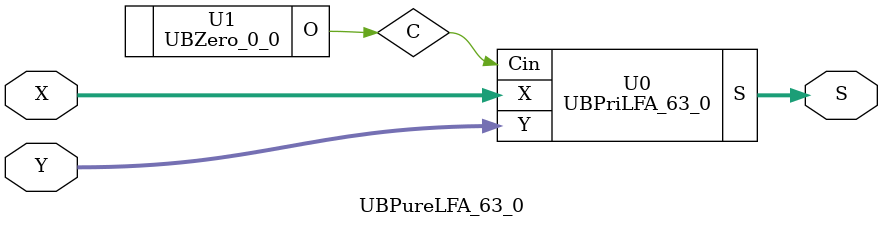
<source format=v>
/*----------------------------------------------------------------------------
  Copyright (c) 2021 Homma laboratory. All rights reserved.

  Top module: UBLFA_15_0_63_0

  Operand-1 length: 16
  Operand-2 length: 64
  Two-operand addition algorithm: Ladner-Fischer adder
----------------------------------------------------------------------------*/

module UB1DCON_0(O, I);
  output O;
  input I;
  assign O = I;
endmodule

module UB1DCON_1(O, I);
  output O;
  input I;
  assign O = I;
endmodule

module UB1DCON_2(O, I);
  output O;
  input I;
  assign O = I;
endmodule

module UB1DCON_3(O, I);
  output O;
  input I;
  assign O = I;
endmodule

module UB1DCON_4(O, I);
  output O;
  input I;
  assign O = I;
endmodule

module UB1DCON_5(O, I);
  output O;
  input I;
  assign O = I;
endmodule

module UB1DCON_6(O, I);
  output O;
  input I;
  assign O = I;
endmodule

module UB1DCON_7(O, I);
  output O;
  input I;
  assign O = I;
endmodule

module UB1DCON_8(O, I);
  output O;
  input I;
  assign O = I;
endmodule

module UB1DCON_9(O, I);
  output O;
  input I;
  assign O = I;
endmodule

module UB1DCON_10(O, I);
  output O;
  input I;
  assign O = I;
endmodule

module UB1DCON_11(O, I);
  output O;
  input I;
  assign O = I;
endmodule

module UB1DCON_12(O, I);
  output O;
  input I;
  assign O = I;
endmodule

module UB1DCON_13(O, I);
  output O;
  input I;
  assign O = I;
endmodule

module UB1DCON_14(O, I);
  output O;
  input I;
  assign O = I;
endmodule

module UB1DCON_15(O, I);
  output O;
  input I;
  assign O = I;
endmodule

module UBZero_63_16(O);
  output [63:16] O;
  assign O[16] = 0;
  assign O[17] = 0;
  assign O[18] = 0;
  assign O[19] = 0;
  assign O[20] = 0;
  assign O[21] = 0;
  assign O[22] = 0;
  assign O[23] = 0;
  assign O[24] = 0;
  assign O[25] = 0;
  assign O[26] = 0;
  assign O[27] = 0;
  assign O[28] = 0;
  assign O[29] = 0;
  assign O[30] = 0;
  assign O[31] = 0;
  assign O[32] = 0;
  assign O[33] = 0;
  assign O[34] = 0;
  assign O[35] = 0;
  assign O[36] = 0;
  assign O[37] = 0;
  assign O[38] = 0;
  assign O[39] = 0;
  assign O[40] = 0;
  assign O[41] = 0;
  assign O[42] = 0;
  assign O[43] = 0;
  assign O[44] = 0;
  assign O[45] = 0;
  assign O[46] = 0;
  assign O[47] = 0;
  assign O[48] = 0;
  assign O[49] = 0;
  assign O[50] = 0;
  assign O[51] = 0;
  assign O[52] = 0;
  assign O[53] = 0;
  assign O[54] = 0;
  assign O[55] = 0;
  assign O[56] = 0;
  assign O[57] = 0;
  assign O[58] = 0;
  assign O[59] = 0;
  assign O[60] = 0;
  assign O[61] = 0;
  assign O[62] = 0;
  assign O[63] = 0;
endmodule

module GPGenerator(Go, Po, A, B);
  output Go;
  output Po;
  input A;
  input B;
  assign Go = A & B;
  assign Po = A ^ B;
endmodule

module CarryOperator(Go, Po, Gi1, Pi1, Gi2, Pi2);
  output Go;
  output Po;
  input Gi1;
  input Gi2;
  input Pi1;
  input Pi2;
  assign Go = Gi1 | ( Gi2 & Pi1 );
  assign Po = Pi1 & Pi2;
endmodule

module UBPriLFA_63_0(S, X, Y, Cin);
  output [64:0] S;
  input Cin;
  input [63:0] X;
  input [63:0] Y;
  wire [63:0] G0;
  wire [63:0] G1;
  wire [63:0] G2;
  wire [63:0] G3;
  wire [63:0] G4;
  wire [63:0] G5;
  wire [63:0] G6;
  wire [63:0] P0;
  wire [63:0] P1;
  wire [63:0] P2;
  wire [63:0] P3;
  wire [63:0] P4;
  wire [63:0] P5;
  wire [63:0] P6;
  assign P1[0] = P0[0];
  assign G1[0] = G0[0];
  assign P1[2] = P0[2];
  assign G1[2] = G0[2];
  assign P1[4] = P0[4];
  assign G1[4] = G0[4];
  assign P1[6] = P0[6];
  assign G1[6] = G0[6];
  assign P1[8] = P0[8];
  assign G1[8] = G0[8];
  assign P1[10] = P0[10];
  assign G1[10] = G0[10];
  assign P1[12] = P0[12];
  assign G1[12] = G0[12];
  assign P1[14] = P0[14];
  assign G1[14] = G0[14];
  assign P1[16] = P0[16];
  assign G1[16] = G0[16];
  assign P1[18] = P0[18];
  assign G1[18] = G0[18];
  assign P1[20] = P0[20];
  assign G1[20] = G0[20];
  assign P1[22] = P0[22];
  assign G1[22] = G0[22];
  assign P1[24] = P0[24];
  assign G1[24] = G0[24];
  assign P1[26] = P0[26];
  assign G1[26] = G0[26];
  assign P1[28] = P0[28];
  assign G1[28] = G0[28];
  assign P1[30] = P0[30];
  assign G1[30] = G0[30];
  assign P1[32] = P0[32];
  assign G1[32] = G0[32];
  assign P1[34] = P0[34];
  assign G1[34] = G0[34];
  assign P1[36] = P0[36];
  assign G1[36] = G0[36];
  assign P1[38] = P0[38];
  assign G1[38] = G0[38];
  assign P1[40] = P0[40];
  assign G1[40] = G0[40];
  assign P1[42] = P0[42];
  assign G1[42] = G0[42];
  assign P1[44] = P0[44];
  assign G1[44] = G0[44];
  assign P1[46] = P0[46];
  assign G1[46] = G0[46];
  assign P1[48] = P0[48];
  assign G1[48] = G0[48];
  assign P1[50] = P0[50];
  assign G1[50] = G0[50];
  assign P1[52] = P0[52];
  assign G1[52] = G0[52];
  assign P1[54] = P0[54];
  assign G1[54] = G0[54];
  assign P1[56] = P0[56];
  assign G1[56] = G0[56];
  assign P1[58] = P0[58];
  assign G1[58] = G0[58];
  assign P1[60] = P0[60];
  assign G1[60] = G0[60];
  assign P1[62] = P0[62];
  assign G1[62] = G0[62];
  assign P2[0] = P1[0];
  assign G2[0] = G1[0];
  assign P2[1] = P1[1];
  assign G2[1] = G1[1];
  assign P2[4] = P1[4];
  assign G2[4] = G1[4];
  assign P2[5] = P1[5];
  assign G2[5] = G1[5];
  assign P2[8] = P1[8];
  assign G2[8] = G1[8];
  assign P2[9] = P1[9];
  assign G2[9] = G1[9];
  assign P2[12] = P1[12];
  assign G2[12] = G1[12];
  assign P2[13] = P1[13];
  assign G2[13] = G1[13];
  assign P2[16] = P1[16];
  assign G2[16] = G1[16];
  assign P2[17] = P1[17];
  assign G2[17] = G1[17];
  assign P2[20] = P1[20];
  assign G2[20] = G1[20];
  assign P2[21] = P1[21];
  assign G2[21] = G1[21];
  assign P2[24] = P1[24];
  assign G2[24] = G1[24];
  assign P2[25] = P1[25];
  assign G2[25] = G1[25];
  assign P2[28] = P1[28];
  assign G2[28] = G1[28];
  assign P2[29] = P1[29];
  assign G2[29] = G1[29];
  assign P2[32] = P1[32];
  assign G2[32] = G1[32];
  assign P2[33] = P1[33];
  assign G2[33] = G1[33];
  assign P2[36] = P1[36];
  assign G2[36] = G1[36];
  assign P2[37] = P1[37];
  assign G2[37] = G1[37];
  assign P2[40] = P1[40];
  assign G2[40] = G1[40];
  assign P2[41] = P1[41];
  assign G2[41] = G1[41];
  assign P2[44] = P1[44];
  assign G2[44] = G1[44];
  assign P2[45] = P1[45];
  assign G2[45] = G1[45];
  assign P2[48] = P1[48];
  assign G2[48] = G1[48];
  assign P2[49] = P1[49];
  assign G2[49] = G1[49];
  assign P2[52] = P1[52];
  assign G2[52] = G1[52];
  assign P2[53] = P1[53];
  assign G2[53] = G1[53];
  assign P2[56] = P1[56];
  assign G2[56] = G1[56];
  assign P2[57] = P1[57];
  assign G2[57] = G1[57];
  assign P2[60] = P1[60];
  assign G2[60] = G1[60];
  assign P2[61] = P1[61];
  assign G2[61] = G1[61];
  assign P3[0] = P2[0];
  assign G3[0] = G2[0];
  assign P3[1] = P2[1];
  assign G3[1] = G2[1];
  assign P3[2] = P2[2];
  assign G3[2] = G2[2];
  assign P3[3] = P2[3];
  assign G3[3] = G2[3];
  assign P3[8] = P2[8];
  assign G3[8] = G2[8];
  assign P3[9] = P2[9];
  assign G3[9] = G2[9];
  assign P3[10] = P2[10];
  assign G3[10] = G2[10];
  assign P3[11] = P2[11];
  assign G3[11] = G2[11];
  assign P3[16] = P2[16];
  assign G3[16] = G2[16];
  assign P3[17] = P2[17];
  assign G3[17] = G2[17];
  assign P3[18] = P2[18];
  assign G3[18] = G2[18];
  assign P3[19] = P2[19];
  assign G3[19] = G2[19];
  assign P3[24] = P2[24];
  assign G3[24] = G2[24];
  assign P3[25] = P2[25];
  assign G3[25] = G2[25];
  assign P3[26] = P2[26];
  assign G3[26] = G2[26];
  assign P3[27] = P2[27];
  assign G3[27] = G2[27];
  assign P3[32] = P2[32];
  assign G3[32] = G2[32];
  assign P3[33] = P2[33];
  assign G3[33] = G2[33];
  assign P3[34] = P2[34];
  assign G3[34] = G2[34];
  assign P3[35] = P2[35];
  assign G3[35] = G2[35];
  assign P3[40] = P2[40];
  assign G3[40] = G2[40];
  assign P3[41] = P2[41];
  assign G3[41] = G2[41];
  assign P3[42] = P2[42];
  assign G3[42] = G2[42];
  assign P3[43] = P2[43];
  assign G3[43] = G2[43];
  assign P3[48] = P2[48];
  assign G3[48] = G2[48];
  assign P3[49] = P2[49];
  assign G3[49] = G2[49];
  assign P3[50] = P2[50];
  assign G3[50] = G2[50];
  assign P3[51] = P2[51];
  assign G3[51] = G2[51];
  assign P3[56] = P2[56];
  assign G3[56] = G2[56];
  assign P3[57] = P2[57];
  assign G3[57] = G2[57];
  assign P3[58] = P2[58];
  assign G3[58] = G2[58];
  assign P3[59] = P2[59];
  assign G3[59] = G2[59];
  assign P4[0] = P3[0];
  assign G4[0] = G3[0];
  assign P4[1] = P3[1];
  assign G4[1] = G3[1];
  assign P4[2] = P3[2];
  assign G4[2] = G3[2];
  assign P4[3] = P3[3];
  assign G4[3] = G3[3];
  assign P4[4] = P3[4];
  assign G4[4] = G3[4];
  assign P4[5] = P3[5];
  assign G4[5] = G3[5];
  assign P4[6] = P3[6];
  assign G4[6] = G3[6];
  assign P4[7] = P3[7];
  assign G4[7] = G3[7];
  assign P4[16] = P3[16];
  assign G4[16] = G3[16];
  assign P4[17] = P3[17];
  assign G4[17] = G3[17];
  assign P4[18] = P3[18];
  assign G4[18] = G3[18];
  assign P4[19] = P3[19];
  assign G4[19] = G3[19];
  assign P4[20] = P3[20];
  assign G4[20] = G3[20];
  assign P4[21] = P3[21];
  assign G4[21] = G3[21];
  assign P4[22] = P3[22];
  assign G4[22] = G3[22];
  assign P4[23] = P3[23];
  assign G4[23] = G3[23];
  assign P4[32] = P3[32];
  assign G4[32] = G3[32];
  assign P4[33] = P3[33];
  assign G4[33] = G3[33];
  assign P4[34] = P3[34];
  assign G4[34] = G3[34];
  assign P4[35] = P3[35];
  assign G4[35] = G3[35];
  assign P4[36] = P3[36];
  assign G4[36] = G3[36];
  assign P4[37] = P3[37];
  assign G4[37] = G3[37];
  assign P4[38] = P3[38];
  assign G4[38] = G3[38];
  assign P4[39] = P3[39];
  assign G4[39] = G3[39];
  assign P4[48] = P3[48];
  assign G4[48] = G3[48];
  assign P4[49] = P3[49];
  assign G4[49] = G3[49];
  assign P4[50] = P3[50];
  assign G4[50] = G3[50];
  assign P4[51] = P3[51];
  assign G4[51] = G3[51];
  assign P4[52] = P3[52];
  assign G4[52] = G3[52];
  assign P4[53] = P3[53];
  assign G4[53] = G3[53];
  assign P4[54] = P3[54];
  assign G4[54] = G3[54];
  assign P4[55] = P3[55];
  assign G4[55] = G3[55];
  assign P5[0] = P4[0];
  assign G5[0] = G4[0];
  assign P5[1] = P4[1];
  assign G5[1] = G4[1];
  assign P5[2] = P4[2];
  assign G5[2] = G4[2];
  assign P5[3] = P4[3];
  assign G5[3] = G4[3];
  assign P5[4] = P4[4];
  assign G5[4] = G4[4];
  assign P5[5] = P4[5];
  assign G5[5] = G4[5];
  assign P5[6] = P4[6];
  assign G5[6] = G4[6];
  assign P5[7] = P4[7];
  assign G5[7] = G4[7];
  assign P5[8] = P4[8];
  assign G5[8] = G4[8];
  assign P5[9] = P4[9];
  assign G5[9] = G4[9];
  assign P5[10] = P4[10];
  assign G5[10] = G4[10];
  assign P5[11] = P4[11];
  assign G5[11] = G4[11];
  assign P5[12] = P4[12];
  assign G5[12] = G4[12];
  assign P5[13] = P4[13];
  assign G5[13] = G4[13];
  assign P5[14] = P4[14];
  assign G5[14] = G4[14];
  assign P5[15] = P4[15];
  assign G5[15] = G4[15];
  assign P5[32] = P4[32];
  assign G5[32] = G4[32];
  assign P5[33] = P4[33];
  assign G5[33] = G4[33];
  assign P5[34] = P4[34];
  assign G5[34] = G4[34];
  assign P5[35] = P4[35];
  assign G5[35] = G4[35];
  assign P5[36] = P4[36];
  assign G5[36] = G4[36];
  assign P5[37] = P4[37];
  assign G5[37] = G4[37];
  assign P5[38] = P4[38];
  assign G5[38] = G4[38];
  assign P5[39] = P4[39];
  assign G5[39] = G4[39];
  assign P5[40] = P4[40];
  assign G5[40] = G4[40];
  assign P5[41] = P4[41];
  assign G5[41] = G4[41];
  assign P5[42] = P4[42];
  assign G5[42] = G4[42];
  assign P5[43] = P4[43];
  assign G5[43] = G4[43];
  assign P5[44] = P4[44];
  assign G5[44] = G4[44];
  assign P5[45] = P4[45];
  assign G5[45] = G4[45];
  assign P5[46] = P4[46];
  assign G5[46] = G4[46];
  assign P5[47] = P4[47];
  assign G5[47] = G4[47];
  assign P6[0] = P5[0];
  assign G6[0] = G5[0];
  assign P6[1] = P5[1];
  assign G6[1] = G5[1];
  assign P6[2] = P5[2];
  assign G6[2] = G5[2];
  assign P6[3] = P5[3];
  assign G6[3] = G5[3];
  assign P6[4] = P5[4];
  assign G6[4] = G5[4];
  assign P6[5] = P5[5];
  assign G6[5] = G5[5];
  assign P6[6] = P5[6];
  assign G6[6] = G5[6];
  assign P6[7] = P5[7];
  assign G6[7] = G5[7];
  assign P6[8] = P5[8];
  assign G6[8] = G5[8];
  assign P6[9] = P5[9];
  assign G6[9] = G5[9];
  assign P6[10] = P5[10];
  assign G6[10] = G5[10];
  assign P6[11] = P5[11];
  assign G6[11] = G5[11];
  assign P6[12] = P5[12];
  assign G6[12] = G5[12];
  assign P6[13] = P5[13];
  assign G6[13] = G5[13];
  assign P6[14] = P5[14];
  assign G6[14] = G5[14];
  assign P6[15] = P5[15];
  assign G6[15] = G5[15];
  assign P6[16] = P5[16];
  assign G6[16] = G5[16];
  assign P6[17] = P5[17];
  assign G6[17] = G5[17];
  assign P6[18] = P5[18];
  assign G6[18] = G5[18];
  assign P6[19] = P5[19];
  assign G6[19] = G5[19];
  assign P6[20] = P5[20];
  assign G6[20] = G5[20];
  assign P6[21] = P5[21];
  assign G6[21] = G5[21];
  assign P6[22] = P5[22];
  assign G6[22] = G5[22];
  assign P6[23] = P5[23];
  assign G6[23] = G5[23];
  assign P6[24] = P5[24];
  assign G6[24] = G5[24];
  assign P6[25] = P5[25];
  assign G6[25] = G5[25];
  assign P6[26] = P5[26];
  assign G6[26] = G5[26];
  assign P6[27] = P5[27];
  assign G6[27] = G5[27];
  assign P6[28] = P5[28];
  assign G6[28] = G5[28];
  assign P6[29] = P5[29];
  assign G6[29] = G5[29];
  assign P6[30] = P5[30];
  assign G6[30] = G5[30];
  assign P6[31] = P5[31];
  assign G6[31] = G5[31];
  assign S[0] = Cin ^ P0[0];
  assign S[1] = ( G6[0] | ( P6[0] & Cin ) ) ^ P0[1];
  assign S[2] = ( G6[1] | ( P6[1] & Cin ) ) ^ P0[2];
  assign S[3] = ( G6[2] | ( P6[2] & Cin ) ) ^ P0[3];
  assign S[4] = ( G6[3] | ( P6[3] & Cin ) ) ^ P0[4];
  assign S[5] = ( G6[4] | ( P6[4] & Cin ) ) ^ P0[5];
  assign S[6] = ( G6[5] | ( P6[5] & Cin ) ) ^ P0[6];
  assign S[7] = ( G6[6] | ( P6[6] & Cin ) ) ^ P0[7];
  assign S[8] = ( G6[7] | ( P6[7] & Cin ) ) ^ P0[8];
  assign S[9] = ( G6[8] | ( P6[8] & Cin ) ) ^ P0[9];
  assign S[10] = ( G6[9] | ( P6[9] & Cin ) ) ^ P0[10];
  assign S[11] = ( G6[10] | ( P6[10] & Cin ) ) ^ P0[11];
  assign S[12] = ( G6[11] | ( P6[11] & Cin ) ) ^ P0[12];
  assign S[13] = ( G6[12] | ( P6[12] & Cin ) ) ^ P0[13];
  assign S[14] = ( G6[13] | ( P6[13] & Cin ) ) ^ P0[14];
  assign S[15] = ( G6[14] | ( P6[14] & Cin ) ) ^ P0[15];
  assign S[16] = ( G6[15] | ( P6[15] & Cin ) ) ^ P0[16];
  assign S[17] = ( G6[16] | ( P6[16] & Cin ) ) ^ P0[17];
  assign S[18] = ( G6[17] | ( P6[17] & Cin ) ) ^ P0[18];
  assign S[19] = ( G6[18] | ( P6[18] & Cin ) ) ^ P0[19];
  assign S[20] = ( G6[19] | ( P6[19] & Cin ) ) ^ P0[20];
  assign S[21] = ( G6[20] | ( P6[20] & Cin ) ) ^ P0[21];
  assign S[22] = ( G6[21] | ( P6[21] & Cin ) ) ^ P0[22];
  assign S[23] = ( G6[22] | ( P6[22] & Cin ) ) ^ P0[23];
  assign S[24] = ( G6[23] | ( P6[23] & Cin ) ) ^ P0[24];
  assign S[25] = ( G6[24] | ( P6[24] & Cin ) ) ^ P0[25];
  assign S[26] = ( G6[25] | ( P6[25] & Cin ) ) ^ P0[26];
  assign S[27] = ( G6[26] | ( P6[26] & Cin ) ) ^ P0[27];
  assign S[28] = ( G6[27] | ( P6[27] & Cin ) ) ^ P0[28];
  assign S[29] = ( G6[28] | ( P6[28] & Cin ) ) ^ P0[29];
  assign S[30] = ( G6[29] | ( P6[29] & Cin ) ) ^ P0[30];
  assign S[31] = ( G6[30] | ( P6[30] & Cin ) ) ^ P0[31];
  assign S[32] = ( G6[31] | ( P6[31] & Cin ) ) ^ P0[32];
  assign S[33] = ( G6[32] | ( P6[32] & Cin ) ) ^ P0[33];
  assign S[34] = ( G6[33] | ( P6[33] & Cin ) ) ^ P0[34];
  assign S[35] = ( G6[34] | ( P6[34] & Cin ) ) ^ P0[35];
  assign S[36] = ( G6[35] | ( P6[35] & Cin ) ) ^ P0[36];
  assign S[37] = ( G6[36] | ( P6[36] & Cin ) ) ^ P0[37];
  assign S[38] = ( G6[37] | ( P6[37] & Cin ) ) ^ P0[38];
  assign S[39] = ( G6[38] | ( P6[38] & Cin ) ) ^ P0[39];
  assign S[40] = ( G6[39] | ( P6[39] & Cin ) ) ^ P0[40];
  assign S[41] = ( G6[40] | ( P6[40] & Cin ) ) ^ P0[41];
  assign S[42] = ( G6[41] | ( P6[41] & Cin ) ) ^ P0[42];
  assign S[43] = ( G6[42] | ( P6[42] & Cin ) ) ^ P0[43];
  assign S[44] = ( G6[43] | ( P6[43] & Cin ) ) ^ P0[44];
  assign S[45] = ( G6[44] | ( P6[44] & Cin ) ) ^ P0[45];
  assign S[46] = ( G6[45] | ( P6[45] & Cin ) ) ^ P0[46];
  assign S[47] = ( G6[46] | ( P6[46] & Cin ) ) ^ P0[47];
  assign S[48] = ( G6[47] | ( P6[47] & Cin ) ) ^ P0[48];
  assign S[49] = ( G6[48] | ( P6[48] & Cin ) ) ^ P0[49];
  assign S[50] = ( G6[49] | ( P6[49] & Cin ) ) ^ P0[50];
  assign S[51] = ( G6[50] | ( P6[50] & Cin ) ) ^ P0[51];
  assign S[52] = ( G6[51] | ( P6[51] & Cin ) ) ^ P0[52];
  assign S[53] = ( G6[52] | ( P6[52] & Cin ) ) ^ P0[53];
  assign S[54] = ( G6[53] | ( P6[53] & Cin ) ) ^ P0[54];
  assign S[55] = ( G6[54] | ( P6[54] & Cin ) ) ^ P0[55];
  assign S[56] = ( G6[55] | ( P6[55] & Cin ) ) ^ P0[56];
  assign S[57] = ( G6[56] | ( P6[56] & Cin ) ) ^ P0[57];
  assign S[58] = ( G6[57] | ( P6[57] & Cin ) ) ^ P0[58];
  assign S[59] = ( G6[58] | ( P6[58] & Cin ) ) ^ P0[59];
  assign S[60] = ( G6[59] | ( P6[59] & Cin ) ) ^ P0[60];
  assign S[61] = ( G6[60] | ( P6[60] & Cin ) ) ^ P0[61];
  assign S[62] = ( G6[61] | ( P6[61] & Cin ) ) ^ P0[62];
  assign S[63] = ( G6[62] | ( P6[62] & Cin ) ) ^ P0[63];
  assign S[64] = G6[63] | ( P6[63] & Cin );
  GPGenerator U0 (G0[0], P0[0], X[0], Y[0]);
  GPGenerator U1 (G0[1], P0[1], X[1], Y[1]);
  GPGenerator U2 (G0[2], P0[2], X[2], Y[2]);
  GPGenerator U3 (G0[3], P0[3], X[3], Y[3]);
  GPGenerator U4 (G0[4], P0[4], X[4], Y[4]);
  GPGenerator U5 (G0[5], P0[5], X[5], Y[5]);
  GPGenerator U6 (G0[6], P0[6], X[6], Y[6]);
  GPGenerator U7 (G0[7], P0[7], X[7], Y[7]);
  GPGenerator U8 (G0[8], P0[8], X[8], Y[8]);
  GPGenerator U9 (G0[9], P0[9], X[9], Y[9]);
  GPGenerator U10 (G0[10], P0[10], X[10], Y[10]);
  GPGenerator U11 (G0[11], P0[11], X[11], Y[11]);
  GPGenerator U12 (G0[12], P0[12], X[12], Y[12]);
  GPGenerator U13 (G0[13], P0[13], X[13], Y[13]);
  GPGenerator U14 (G0[14], P0[14], X[14], Y[14]);
  GPGenerator U15 (G0[15], P0[15], X[15], Y[15]);
  GPGenerator U16 (G0[16], P0[16], X[16], Y[16]);
  GPGenerator U17 (G0[17], P0[17], X[17], Y[17]);
  GPGenerator U18 (G0[18], P0[18], X[18], Y[18]);
  GPGenerator U19 (G0[19], P0[19], X[19], Y[19]);
  GPGenerator U20 (G0[20], P0[20], X[20], Y[20]);
  GPGenerator U21 (G0[21], P0[21], X[21], Y[21]);
  GPGenerator U22 (G0[22], P0[22], X[22], Y[22]);
  GPGenerator U23 (G0[23], P0[23], X[23], Y[23]);
  GPGenerator U24 (G0[24], P0[24], X[24], Y[24]);
  GPGenerator U25 (G0[25], P0[25], X[25], Y[25]);
  GPGenerator U26 (G0[26], P0[26], X[26], Y[26]);
  GPGenerator U27 (G0[27], P0[27], X[27], Y[27]);
  GPGenerator U28 (G0[28], P0[28], X[28], Y[28]);
  GPGenerator U29 (G0[29], P0[29], X[29], Y[29]);
  GPGenerator U30 (G0[30], P0[30], X[30], Y[30]);
  GPGenerator U31 (G0[31], P0[31], X[31], Y[31]);
  GPGenerator U32 (G0[32], P0[32], X[32], Y[32]);
  GPGenerator U33 (G0[33], P0[33], X[33], Y[33]);
  GPGenerator U34 (G0[34], P0[34], X[34], Y[34]);
  GPGenerator U35 (G0[35], P0[35], X[35], Y[35]);
  GPGenerator U36 (G0[36], P0[36], X[36], Y[36]);
  GPGenerator U37 (G0[37], P0[37], X[37], Y[37]);
  GPGenerator U38 (G0[38], P0[38], X[38], Y[38]);
  GPGenerator U39 (G0[39], P0[39], X[39], Y[39]);
  GPGenerator U40 (G0[40], P0[40], X[40], Y[40]);
  GPGenerator U41 (G0[41], P0[41], X[41], Y[41]);
  GPGenerator U42 (G0[42], P0[42], X[42], Y[42]);
  GPGenerator U43 (G0[43], P0[43], X[43], Y[43]);
  GPGenerator U44 (G0[44], P0[44], X[44], Y[44]);
  GPGenerator U45 (G0[45], P0[45], X[45], Y[45]);
  GPGenerator U46 (G0[46], P0[46], X[46], Y[46]);
  GPGenerator U47 (G0[47], P0[47], X[47], Y[47]);
  GPGenerator U48 (G0[48], P0[48], X[48], Y[48]);
  GPGenerator U49 (G0[49], P0[49], X[49], Y[49]);
  GPGenerator U50 (G0[50], P0[50], X[50], Y[50]);
  GPGenerator U51 (G0[51], P0[51], X[51], Y[51]);
  GPGenerator U52 (G0[52], P0[52], X[52], Y[52]);
  GPGenerator U53 (G0[53], P0[53], X[53], Y[53]);
  GPGenerator U54 (G0[54], P0[54], X[54], Y[54]);
  GPGenerator U55 (G0[55], P0[55], X[55], Y[55]);
  GPGenerator U56 (G0[56], P0[56], X[56], Y[56]);
  GPGenerator U57 (G0[57], P0[57], X[57], Y[57]);
  GPGenerator U58 (G0[58], P0[58], X[58], Y[58]);
  GPGenerator U59 (G0[59], P0[59], X[59], Y[59]);
  GPGenerator U60 (G0[60], P0[60], X[60], Y[60]);
  GPGenerator U61 (G0[61], P0[61], X[61], Y[61]);
  GPGenerator U62 (G0[62], P0[62], X[62], Y[62]);
  GPGenerator U63 (G0[63], P0[63], X[63], Y[63]);
  CarryOperator U64 (G1[1], P1[1], G0[1], P0[1], G0[0], P0[0]);
  CarryOperator U65 (G1[3], P1[3], G0[3], P0[3], G0[2], P0[2]);
  CarryOperator U66 (G1[5], P1[5], G0[5], P0[5], G0[4], P0[4]);
  CarryOperator U67 (G1[7], P1[7], G0[7], P0[7], G0[6], P0[6]);
  CarryOperator U68 (G1[9], P1[9], G0[9], P0[9], G0[8], P0[8]);
  CarryOperator U69 (G1[11], P1[11], G0[11], P0[11], G0[10], P0[10]);
  CarryOperator U70 (G1[13], P1[13], G0[13], P0[13], G0[12], P0[12]);
  CarryOperator U71 (G1[15], P1[15], G0[15], P0[15], G0[14], P0[14]);
  CarryOperator U72 (G1[17], P1[17], G0[17], P0[17], G0[16], P0[16]);
  CarryOperator U73 (G1[19], P1[19], G0[19], P0[19], G0[18], P0[18]);
  CarryOperator U74 (G1[21], P1[21], G0[21], P0[21], G0[20], P0[20]);
  CarryOperator U75 (G1[23], P1[23], G0[23], P0[23], G0[22], P0[22]);
  CarryOperator U76 (G1[25], P1[25], G0[25], P0[25], G0[24], P0[24]);
  CarryOperator U77 (G1[27], P1[27], G0[27], P0[27], G0[26], P0[26]);
  CarryOperator U78 (G1[29], P1[29], G0[29], P0[29], G0[28], P0[28]);
  CarryOperator U79 (G1[31], P1[31], G0[31], P0[31], G0[30], P0[30]);
  CarryOperator U80 (G1[33], P1[33], G0[33], P0[33], G0[32], P0[32]);
  CarryOperator U81 (G1[35], P1[35], G0[35], P0[35], G0[34], P0[34]);
  CarryOperator U82 (G1[37], P1[37], G0[37], P0[37], G0[36], P0[36]);
  CarryOperator U83 (G1[39], P1[39], G0[39], P0[39], G0[38], P0[38]);
  CarryOperator U84 (G1[41], P1[41], G0[41], P0[41], G0[40], P0[40]);
  CarryOperator U85 (G1[43], P1[43], G0[43], P0[43], G0[42], P0[42]);
  CarryOperator U86 (G1[45], P1[45], G0[45], P0[45], G0[44], P0[44]);
  CarryOperator U87 (G1[47], P1[47], G0[47], P0[47], G0[46], P0[46]);
  CarryOperator U88 (G1[49], P1[49], G0[49], P0[49], G0[48], P0[48]);
  CarryOperator U89 (G1[51], P1[51], G0[51], P0[51], G0[50], P0[50]);
  CarryOperator U90 (G1[53], P1[53], G0[53], P0[53], G0[52], P0[52]);
  CarryOperator U91 (G1[55], P1[55], G0[55], P0[55], G0[54], P0[54]);
  CarryOperator U92 (G1[57], P1[57], G0[57], P0[57], G0[56], P0[56]);
  CarryOperator U93 (G1[59], P1[59], G0[59], P0[59], G0[58], P0[58]);
  CarryOperator U94 (G1[61], P1[61], G0[61], P0[61], G0[60], P0[60]);
  CarryOperator U95 (G1[63], P1[63], G0[63], P0[63], G0[62], P0[62]);
  CarryOperator U96 (G2[2], P2[2], G1[2], P1[2], G1[1], P1[1]);
  CarryOperator U97 (G2[3], P2[3], G1[3], P1[3], G1[1], P1[1]);
  CarryOperator U98 (G2[6], P2[6], G1[6], P1[6], G1[5], P1[5]);
  CarryOperator U99 (G2[7], P2[7], G1[7], P1[7], G1[5], P1[5]);
  CarryOperator U100 (G2[10], P2[10], G1[10], P1[10], G1[9], P1[9]);
  CarryOperator U101 (G2[11], P2[11], G1[11], P1[11], G1[9], P1[9]);
  CarryOperator U102 (G2[14], P2[14], G1[14], P1[14], G1[13], P1[13]);
  CarryOperator U103 (G2[15], P2[15], G1[15], P1[15], G1[13], P1[13]);
  CarryOperator U104 (G2[18], P2[18], G1[18], P1[18], G1[17], P1[17]);
  CarryOperator U105 (G2[19], P2[19], G1[19], P1[19], G1[17], P1[17]);
  CarryOperator U106 (G2[22], P2[22], G1[22], P1[22], G1[21], P1[21]);
  CarryOperator U107 (G2[23], P2[23], G1[23], P1[23], G1[21], P1[21]);
  CarryOperator U108 (G2[26], P2[26], G1[26], P1[26], G1[25], P1[25]);
  CarryOperator U109 (G2[27], P2[27], G1[27], P1[27], G1[25], P1[25]);
  CarryOperator U110 (G2[30], P2[30], G1[30], P1[30], G1[29], P1[29]);
  CarryOperator U111 (G2[31], P2[31], G1[31], P1[31], G1[29], P1[29]);
  CarryOperator U112 (G2[34], P2[34], G1[34], P1[34], G1[33], P1[33]);
  CarryOperator U113 (G2[35], P2[35], G1[35], P1[35], G1[33], P1[33]);
  CarryOperator U114 (G2[38], P2[38], G1[38], P1[38], G1[37], P1[37]);
  CarryOperator U115 (G2[39], P2[39], G1[39], P1[39], G1[37], P1[37]);
  CarryOperator U116 (G2[42], P2[42], G1[42], P1[42], G1[41], P1[41]);
  CarryOperator U117 (G2[43], P2[43], G1[43], P1[43], G1[41], P1[41]);
  CarryOperator U118 (G2[46], P2[46], G1[46], P1[46], G1[45], P1[45]);
  CarryOperator U119 (G2[47], P2[47], G1[47], P1[47], G1[45], P1[45]);
  CarryOperator U120 (G2[50], P2[50], G1[50], P1[50], G1[49], P1[49]);
  CarryOperator U121 (G2[51], P2[51], G1[51], P1[51], G1[49], P1[49]);
  CarryOperator U122 (G2[54], P2[54], G1[54], P1[54], G1[53], P1[53]);
  CarryOperator U123 (G2[55], P2[55], G1[55], P1[55], G1[53], P1[53]);
  CarryOperator U124 (G2[58], P2[58], G1[58], P1[58], G1[57], P1[57]);
  CarryOperator U125 (G2[59], P2[59], G1[59], P1[59], G1[57], P1[57]);
  CarryOperator U126 (G2[62], P2[62], G1[62], P1[62], G1[61], P1[61]);
  CarryOperator U127 (G2[63], P2[63], G1[63], P1[63], G1[61], P1[61]);
  CarryOperator U128 (G3[4], P3[4], G2[4], P2[4], G2[3], P2[3]);
  CarryOperator U129 (G3[5], P3[5], G2[5], P2[5], G2[3], P2[3]);
  CarryOperator U130 (G3[6], P3[6], G2[6], P2[6], G2[3], P2[3]);
  CarryOperator U131 (G3[7], P3[7], G2[7], P2[7], G2[3], P2[3]);
  CarryOperator U132 (G3[12], P3[12], G2[12], P2[12], G2[11], P2[11]);
  CarryOperator U133 (G3[13], P3[13], G2[13], P2[13], G2[11], P2[11]);
  CarryOperator U134 (G3[14], P3[14], G2[14], P2[14], G2[11], P2[11]);
  CarryOperator U135 (G3[15], P3[15], G2[15], P2[15], G2[11], P2[11]);
  CarryOperator U136 (G3[20], P3[20], G2[20], P2[20], G2[19], P2[19]);
  CarryOperator U137 (G3[21], P3[21], G2[21], P2[21], G2[19], P2[19]);
  CarryOperator U138 (G3[22], P3[22], G2[22], P2[22], G2[19], P2[19]);
  CarryOperator U139 (G3[23], P3[23], G2[23], P2[23], G2[19], P2[19]);
  CarryOperator U140 (G3[28], P3[28], G2[28], P2[28], G2[27], P2[27]);
  CarryOperator U141 (G3[29], P3[29], G2[29], P2[29], G2[27], P2[27]);
  CarryOperator U142 (G3[30], P3[30], G2[30], P2[30], G2[27], P2[27]);
  CarryOperator U143 (G3[31], P3[31], G2[31], P2[31], G2[27], P2[27]);
  CarryOperator U144 (G3[36], P3[36], G2[36], P2[36], G2[35], P2[35]);
  CarryOperator U145 (G3[37], P3[37], G2[37], P2[37], G2[35], P2[35]);
  CarryOperator U146 (G3[38], P3[38], G2[38], P2[38], G2[35], P2[35]);
  CarryOperator U147 (G3[39], P3[39], G2[39], P2[39], G2[35], P2[35]);
  CarryOperator U148 (G3[44], P3[44], G2[44], P2[44], G2[43], P2[43]);
  CarryOperator U149 (G3[45], P3[45], G2[45], P2[45], G2[43], P2[43]);
  CarryOperator U150 (G3[46], P3[46], G2[46], P2[46], G2[43], P2[43]);
  CarryOperator U151 (G3[47], P3[47], G2[47], P2[47], G2[43], P2[43]);
  CarryOperator U152 (G3[52], P3[52], G2[52], P2[52], G2[51], P2[51]);
  CarryOperator U153 (G3[53], P3[53], G2[53], P2[53], G2[51], P2[51]);
  CarryOperator U154 (G3[54], P3[54], G2[54], P2[54], G2[51], P2[51]);
  CarryOperator U155 (G3[55], P3[55], G2[55], P2[55], G2[51], P2[51]);
  CarryOperator U156 (G3[60], P3[60], G2[60], P2[60], G2[59], P2[59]);
  CarryOperator U157 (G3[61], P3[61], G2[61], P2[61], G2[59], P2[59]);
  CarryOperator U158 (G3[62], P3[62], G2[62], P2[62], G2[59], P2[59]);
  CarryOperator U159 (G3[63], P3[63], G2[63], P2[63], G2[59], P2[59]);
  CarryOperator U160 (G4[8], P4[8], G3[8], P3[8], G3[7], P3[7]);
  CarryOperator U161 (G4[9], P4[9], G3[9], P3[9], G3[7], P3[7]);
  CarryOperator U162 (G4[10], P4[10], G3[10], P3[10], G3[7], P3[7]);
  CarryOperator U163 (G4[11], P4[11], G3[11], P3[11], G3[7], P3[7]);
  CarryOperator U164 (G4[12], P4[12], G3[12], P3[12], G3[7], P3[7]);
  CarryOperator U165 (G4[13], P4[13], G3[13], P3[13], G3[7], P3[7]);
  CarryOperator U166 (G4[14], P4[14], G3[14], P3[14], G3[7], P3[7]);
  CarryOperator U167 (G4[15], P4[15], G3[15], P3[15], G3[7], P3[7]);
  CarryOperator U168 (G4[24], P4[24], G3[24], P3[24], G3[23], P3[23]);
  CarryOperator U169 (G4[25], P4[25], G3[25], P3[25], G3[23], P3[23]);
  CarryOperator U170 (G4[26], P4[26], G3[26], P3[26], G3[23], P3[23]);
  CarryOperator U171 (G4[27], P4[27], G3[27], P3[27], G3[23], P3[23]);
  CarryOperator U172 (G4[28], P4[28], G3[28], P3[28], G3[23], P3[23]);
  CarryOperator U173 (G4[29], P4[29], G3[29], P3[29], G3[23], P3[23]);
  CarryOperator U174 (G4[30], P4[30], G3[30], P3[30], G3[23], P3[23]);
  CarryOperator U175 (G4[31], P4[31], G3[31], P3[31], G3[23], P3[23]);
  CarryOperator U176 (G4[40], P4[40], G3[40], P3[40], G3[39], P3[39]);
  CarryOperator U177 (G4[41], P4[41], G3[41], P3[41], G3[39], P3[39]);
  CarryOperator U178 (G4[42], P4[42], G3[42], P3[42], G3[39], P3[39]);
  CarryOperator U179 (G4[43], P4[43], G3[43], P3[43], G3[39], P3[39]);
  CarryOperator U180 (G4[44], P4[44], G3[44], P3[44], G3[39], P3[39]);
  CarryOperator U181 (G4[45], P4[45], G3[45], P3[45], G3[39], P3[39]);
  CarryOperator U182 (G4[46], P4[46], G3[46], P3[46], G3[39], P3[39]);
  CarryOperator U183 (G4[47], P4[47], G3[47], P3[47], G3[39], P3[39]);
  CarryOperator U184 (G4[56], P4[56], G3[56], P3[56], G3[55], P3[55]);
  CarryOperator U185 (G4[57], P4[57], G3[57], P3[57], G3[55], P3[55]);
  CarryOperator U186 (G4[58], P4[58], G3[58], P3[58], G3[55], P3[55]);
  CarryOperator U187 (G4[59], P4[59], G3[59], P3[59], G3[55], P3[55]);
  CarryOperator U188 (G4[60], P4[60], G3[60], P3[60], G3[55], P3[55]);
  CarryOperator U189 (G4[61], P4[61], G3[61], P3[61], G3[55], P3[55]);
  CarryOperator U190 (G4[62], P4[62], G3[62], P3[62], G3[55], P3[55]);
  CarryOperator U191 (G4[63], P4[63], G3[63], P3[63], G3[55], P3[55]);
  CarryOperator U192 (G5[16], P5[16], G4[16], P4[16], G4[15], P4[15]);
  CarryOperator U193 (G5[17], P5[17], G4[17], P4[17], G4[15], P4[15]);
  CarryOperator U194 (G5[18], P5[18], G4[18], P4[18], G4[15], P4[15]);
  CarryOperator U195 (G5[19], P5[19], G4[19], P4[19], G4[15], P4[15]);
  CarryOperator U196 (G5[20], P5[20], G4[20], P4[20], G4[15], P4[15]);
  CarryOperator U197 (G5[21], P5[21], G4[21], P4[21], G4[15], P4[15]);
  CarryOperator U198 (G5[22], P5[22], G4[22], P4[22], G4[15], P4[15]);
  CarryOperator U199 (G5[23], P5[23], G4[23], P4[23], G4[15], P4[15]);
  CarryOperator U200 (G5[24], P5[24], G4[24], P4[24], G4[15], P4[15]);
  CarryOperator U201 (G5[25], P5[25], G4[25], P4[25], G4[15], P4[15]);
  CarryOperator U202 (G5[26], P5[26], G4[26], P4[26], G4[15], P4[15]);
  CarryOperator U203 (G5[27], P5[27], G4[27], P4[27], G4[15], P4[15]);
  CarryOperator U204 (G5[28], P5[28], G4[28], P4[28], G4[15], P4[15]);
  CarryOperator U205 (G5[29], P5[29], G4[29], P4[29], G4[15], P4[15]);
  CarryOperator U206 (G5[30], P5[30], G4[30], P4[30], G4[15], P4[15]);
  CarryOperator U207 (G5[31], P5[31], G4[31], P4[31], G4[15], P4[15]);
  CarryOperator U208 (G5[48], P5[48], G4[48], P4[48], G4[47], P4[47]);
  CarryOperator U209 (G5[49], P5[49], G4[49], P4[49], G4[47], P4[47]);
  CarryOperator U210 (G5[50], P5[50], G4[50], P4[50], G4[47], P4[47]);
  CarryOperator U211 (G5[51], P5[51], G4[51], P4[51], G4[47], P4[47]);
  CarryOperator U212 (G5[52], P5[52], G4[52], P4[52], G4[47], P4[47]);
  CarryOperator U213 (G5[53], P5[53], G4[53], P4[53], G4[47], P4[47]);
  CarryOperator U214 (G5[54], P5[54], G4[54], P4[54], G4[47], P4[47]);
  CarryOperator U215 (G5[55], P5[55], G4[55], P4[55], G4[47], P4[47]);
  CarryOperator U216 (G5[56], P5[56], G4[56], P4[56], G4[47], P4[47]);
  CarryOperator U217 (G5[57], P5[57], G4[57], P4[57], G4[47], P4[47]);
  CarryOperator U218 (G5[58], P5[58], G4[58], P4[58], G4[47], P4[47]);
  CarryOperator U219 (G5[59], P5[59], G4[59], P4[59], G4[47], P4[47]);
  CarryOperator U220 (G5[60], P5[60], G4[60], P4[60], G4[47], P4[47]);
  CarryOperator U221 (G5[61], P5[61], G4[61], P4[61], G4[47], P4[47]);
  CarryOperator U222 (G5[62], P5[62], G4[62], P4[62], G4[47], P4[47]);
  CarryOperator U223 (G5[63], P5[63], G4[63], P4[63], G4[47], P4[47]);
  CarryOperator U224 (G6[32], P6[32], G5[32], P5[32], G5[31], P5[31]);
  CarryOperator U225 (G6[33], P6[33], G5[33], P5[33], G5[31], P5[31]);
  CarryOperator U226 (G6[34], P6[34], G5[34], P5[34], G5[31], P5[31]);
  CarryOperator U227 (G6[35], P6[35], G5[35], P5[35], G5[31], P5[31]);
  CarryOperator U228 (G6[36], P6[36], G5[36], P5[36], G5[31], P5[31]);
  CarryOperator U229 (G6[37], P6[37], G5[37], P5[37], G5[31], P5[31]);
  CarryOperator U230 (G6[38], P6[38], G5[38], P5[38], G5[31], P5[31]);
  CarryOperator U231 (G6[39], P6[39], G5[39], P5[39], G5[31], P5[31]);
  CarryOperator U232 (G6[40], P6[40], G5[40], P5[40], G5[31], P5[31]);
  CarryOperator U233 (G6[41], P6[41], G5[41], P5[41], G5[31], P5[31]);
  CarryOperator U234 (G6[42], P6[42], G5[42], P5[42], G5[31], P5[31]);
  CarryOperator U235 (G6[43], P6[43], G5[43], P5[43], G5[31], P5[31]);
  CarryOperator U236 (G6[44], P6[44], G5[44], P5[44], G5[31], P5[31]);
  CarryOperator U237 (G6[45], P6[45], G5[45], P5[45], G5[31], P5[31]);
  CarryOperator U238 (G6[46], P6[46], G5[46], P5[46], G5[31], P5[31]);
  CarryOperator U239 (G6[47], P6[47], G5[47], P5[47], G5[31], P5[31]);
  CarryOperator U240 (G6[48], P6[48], G5[48], P5[48], G5[31], P5[31]);
  CarryOperator U241 (G6[49], P6[49], G5[49], P5[49], G5[31], P5[31]);
  CarryOperator U242 (G6[50], P6[50], G5[50], P5[50], G5[31], P5[31]);
  CarryOperator U243 (G6[51], P6[51], G5[51], P5[51], G5[31], P5[31]);
  CarryOperator U244 (G6[52], P6[52], G5[52], P5[52], G5[31], P5[31]);
  CarryOperator U245 (G6[53], P6[53], G5[53], P5[53], G5[31], P5[31]);
  CarryOperator U246 (G6[54], P6[54], G5[54], P5[54], G5[31], P5[31]);
  CarryOperator U247 (G6[55], P6[55], G5[55], P5[55], G5[31], P5[31]);
  CarryOperator U248 (G6[56], P6[56], G5[56], P5[56], G5[31], P5[31]);
  CarryOperator U249 (G6[57], P6[57], G5[57], P5[57], G5[31], P5[31]);
  CarryOperator U250 (G6[58], P6[58], G5[58], P5[58], G5[31], P5[31]);
  CarryOperator U251 (G6[59], P6[59], G5[59], P5[59], G5[31], P5[31]);
  CarryOperator U252 (G6[60], P6[60], G5[60], P5[60], G5[31], P5[31]);
  CarryOperator U253 (G6[61], P6[61], G5[61], P5[61], G5[31], P5[31]);
  CarryOperator U254 (G6[62], P6[62], G5[62], P5[62], G5[31], P5[31]);
  CarryOperator U255 (G6[63], P6[63], G5[63], P5[63], G5[31], P5[31]);
endmodule

module UBZero_0_0(O);
  output [0:0] O;
  assign O[0] = 0;
endmodule

module UBCON_15_0 (O, I);
  output [15:0] O;
  input [15:0] I;
  UB1DCON_0 U0 (O[0], I[0]);
  UB1DCON_1 U1 (O[1], I[1]);
  UB1DCON_2 U2 (O[2], I[2]);
  UB1DCON_3 U3 (O[3], I[3]);
  UB1DCON_4 U4 (O[4], I[4]);
  UB1DCON_5 U5 (O[5], I[5]);
  UB1DCON_6 U6 (O[6], I[6]);
  UB1DCON_7 U7 (O[7], I[7]);
  UB1DCON_8 U8 (O[8], I[8]);
  UB1DCON_9 U9 (O[9], I[9]);
  UB1DCON_10 U10 (O[10], I[10]);
  UB1DCON_11 U11 (O[11], I[11]);
  UB1DCON_12 U12 (O[12], I[12]);
  UB1DCON_13 U13 (O[13], I[13]);
  UB1DCON_14 U14 (O[14], I[14]);
  UB1DCON_15 U15 (O[15], I[15]);
endmodule

module UBExtender_15_0_6000 (O, I);
  output [63:0] O;
  input [15:0] I;
  UBCON_15_0 U0 (O[15:0], I[15:0]);
  UBZero_63_16 U1 (O[63:16]);
endmodule

module UBLFA_15_0_63_0 (S, X, Y);
  output [64:0] S;
  input [15:0] X;
  input [63:0] Y;
  wire [63:0] Z;
  UBExtender_15_0_6000 U0 (Z[63:0], X[15:0]);
  UBPureLFA_63_0 U1 (S[64:0], Z[63:0], Y[63:0]);
endmodule

module UBPureLFA_63_0 (S, X, Y);
  output [64:0] S;
  input [63:0] X;
  input [63:0] Y;
  wire C;
  UBPriLFA_63_0 U0 (S, X, Y, C);
  UBZero_0_0 U1 (C);
endmodule


</source>
